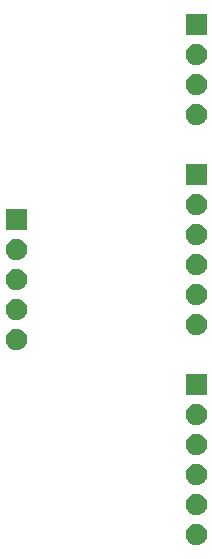
<source format=gbr>
G04 #@! TF.GenerationSoftware,KiCad,Pcbnew,5.1.5-52549c5~84~ubuntu18.04.1*
G04 #@! TF.CreationDate,2020-01-16T16:08:21-05:00*
G04 #@! TF.ProjectId,PIC16LF18326_breakout,50494331-364c-4463-9138-3332365f6272,rev?*
G04 #@! TF.SameCoordinates,Original*
G04 #@! TF.FileFunction,Soldermask,Bot*
G04 #@! TF.FilePolarity,Negative*
%FSLAX46Y46*%
G04 Gerber Fmt 4.6, Leading zero omitted, Abs format (unit mm)*
G04 Created by KiCad (PCBNEW 5.1.5-52549c5~84~ubuntu18.04.1) date 2020-01-16 16:08:21*
%MOMM*%
%LPD*%
G04 APERTURE LIST*
%ADD10C,0.100000*%
G04 APERTURE END LIST*
D10*
G36*
X142353512Y-130548927D02*
G01*
X142502812Y-130578624D01*
X142666784Y-130646544D01*
X142814354Y-130745147D01*
X142939853Y-130870646D01*
X143038456Y-131018216D01*
X143106376Y-131182188D01*
X143141000Y-131356259D01*
X143141000Y-131533741D01*
X143106376Y-131707812D01*
X143038456Y-131871784D01*
X142939853Y-132019354D01*
X142814354Y-132144853D01*
X142666784Y-132243456D01*
X142502812Y-132311376D01*
X142353512Y-132341073D01*
X142328742Y-132346000D01*
X142151258Y-132346000D01*
X142126488Y-132341073D01*
X141977188Y-132311376D01*
X141813216Y-132243456D01*
X141665646Y-132144853D01*
X141540147Y-132019354D01*
X141441544Y-131871784D01*
X141373624Y-131707812D01*
X141339000Y-131533741D01*
X141339000Y-131356259D01*
X141373624Y-131182188D01*
X141441544Y-131018216D01*
X141540147Y-130870646D01*
X141665646Y-130745147D01*
X141813216Y-130646544D01*
X141977188Y-130578624D01*
X142126488Y-130548927D01*
X142151258Y-130544000D01*
X142328742Y-130544000D01*
X142353512Y-130548927D01*
G37*
G36*
X142353512Y-128008927D02*
G01*
X142502812Y-128038624D01*
X142666784Y-128106544D01*
X142814354Y-128205147D01*
X142939853Y-128330646D01*
X143038456Y-128478216D01*
X143106376Y-128642188D01*
X143141000Y-128816259D01*
X143141000Y-128993741D01*
X143106376Y-129167812D01*
X143038456Y-129331784D01*
X142939853Y-129479354D01*
X142814354Y-129604853D01*
X142666784Y-129703456D01*
X142502812Y-129771376D01*
X142353512Y-129801073D01*
X142328742Y-129806000D01*
X142151258Y-129806000D01*
X142126488Y-129801073D01*
X141977188Y-129771376D01*
X141813216Y-129703456D01*
X141665646Y-129604853D01*
X141540147Y-129479354D01*
X141441544Y-129331784D01*
X141373624Y-129167812D01*
X141339000Y-128993741D01*
X141339000Y-128816259D01*
X141373624Y-128642188D01*
X141441544Y-128478216D01*
X141540147Y-128330646D01*
X141665646Y-128205147D01*
X141813216Y-128106544D01*
X141977188Y-128038624D01*
X142126488Y-128008927D01*
X142151258Y-128004000D01*
X142328742Y-128004000D01*
X142353512Y-128008927D01*
G37*
G36*
X142353512Y-125468927D02*
G01*
X142502812Y-125498624D01*
X142666784Y-125566544D01*
X142814354Y-125665147D01*
X142939853Y-125790646D01*
X143038456Y-125938216D01*
X143106376Y-126102188D01*
X143141000Y-126276259D01*
X143141000Y-126453741D01*
X143106376Y-126627812D01*
X143038456Y-126791784D01*
X142939853Y-126939354D01*
X142814354Y-127064853D01*
X142666784Y-127163456D01*
X142502812Y-127231376D01*
X142353512Y-127261073D01*
X142328742Y-127266000D01*
X142151258Y-127266000D01*
X142126488Y-127261073D01*
X141977188Y-127231376D01*
X141813216Y-127163456D01*
X141665646Y-127064853D01*
X141540147Y-126939354D01*
X141441544Y-126791784D01*
X141373624Y-126627812D01*
X141339000Y-126453741D01*
X141339000Y-126276259D01*
X141373624Y-126102188D01*
X141441544Y-125938216D01*
X141540147Y-125790646D01*
X141665646Y-125665147D01*
X141813216Y-125566544D01*
X141977188Y-125498624D01*
X142126488Y-125468927D01*
X142151258Y-125464000D01*
X142328742Y-125464000D01*
X142353512Y-125468927D01*
G37*
G36*
X142353512Y-122928927D02*
G01*
X142502812Y-122958624D01*
X142666784Y-123026544D01*
X142814354Y-123125147D01*
X142939853Y-123250646D01*
X143038456Y-123398216D01*
X143106376Y-123562188D01*
X143141000Y-123736259D01*
X143141000Y-123913741D01*
X143106376Y-124087812D01*
X143038456Y-124251784D01*
X142939853Y-124399354D01*
X142814354Y-124524853D01*
X142666784Y-124623456D01*
X142502812Y-124691376D01*
X142353512Y-124721073D01*
X142328742Y-124726000D01*
X142151258Y-124726000D01*
X142126488Y-124721073D01*
X141977188Y-124691376D01*
X141813216Y-124623456D01*
X141665646Y-124524853D01*
X141540147Y-124399354D01*
X141441544Y-124251784D01*
X141373624Y-124087812D01*
X141339000Y-123913741D01*
X141339000Y-123736259D01*
X141373624Y-123562188D01*
X141441544Y-123398216D01*
X141540147Y-123250646D01*
X141665646Y-123125147D01*
X141813216Y-123026544D01*
X141977188Y-122958624D01*
X142126488Y-122928927D01*
X142151258Y-122924000D01*
X142328742Y-122924000D01*
X142353512Y-122928927D01*
G37*
G36*
X142353512Y-120388927D02*
G01*
X142502812Y-120418624D01*
X142666784Y-120486544D01*
X142814354Y-120585147D01*
X142939853Y-120710646D01*
X143038456Y-120858216D01*
X143106376Y-121022188D01*
X143141000Y-121196259D01*
X143141000Y-121373741D01*
X143106376Y-121547812D01*
X143038456Y-121711784D01*
X142939853Y-121859354D01*
X142814354Y-121984853D01*
X142666784Y-122083456D01*
X142502812Y-122151376D01*
X142353512Y-122181073D01*
X142328742Y-122186000D01*
X142151258Y-122186000D01*
X142126488Y-122181073D01*
X141977188Y-122151376D01*
X141813216Y-122083456D01*
X141665646Y-121984853D01*
X141540147Y-121859354D01*
X141441544Y-121711784D01*
X141373624Y-121547812D01*
X141339000Y-121373741D01*
X141339000Y-121196259D01*
X141373624Y-121022188D01*
X141441544Y-120858216D01*
X141540147Y-120710646D01*
X141665646Y-120585147D01*
X141813216Y-120486544D01*
X141977188Y-120418624D01*
X142126488Y-120388927D01*
X142151258Y-120384000D01*
X142328742Y-120384000D01*
X142353512Y-120388927D01*
G37*
G36*
X143141000Y-119646000D02*
G01*
X141339000Y-119646000D01*
X141339000Y-117844000D01*
X143141000Y-117844000D01*
X143141000Y-119646000D01*
G37*
G36*
X127113512Y-114038927D02*
G01*
X127262812Y-114068624D01*
X127426784Y-114136544D01*
X127574354Y-114235147D01*
X127699853Y-114360646D01*
X127798456Y-114508216D01*
X127866376Y-114672188D01*
X127901000Y-114846259D01*
X127901000Y-115023741D01*
X127866376Y-115197812D01*
X127798456Y-115361784D01*
X127699853Y-115509354D01*
X127574354Y-115634853D01*
X127426784Y-115733456D01*
X127262812Y-115801376D01*
X127113512Y-115831073D01*
X127088742Y-115836000D01*
X126911258Y-115836000D01*
X126886488Y-115831073D01*
X126737188Y-115801376D01*
X126573216Y-115733456D01*
X126425646Y-115634853D01*
X126300147Y-115509354D01*
X126201544Y-115361784D01*
X126133624Y-115197812D01*
X126099000Y-115023741D01*
X126099000Y-114846259D01*
X126133624Y-114672188D01*
X126201544Y-114508216D01*
X126300147Y-114360646D01*
X126425646Y-114235147D01*
X126573216Y-114136544D01*
X126737188Y-114068624D01*
X126886488Y-114038927D01*
X126911258Y-114034000D01*
X127088742Y-114034000D01*
X127113512Y-114038927D01*
G37*
G36*
X142353512Y-112768927D02*
G01*
X142502812Y-112798624D01*
X142666784Y-112866544D01*
X142814354Y-112965147D01*
X142939853Y-113090646D01*
X143038456Y-113238216D01*
X143106376Y-113402188D01*
X143141000Y-113576259D01*
X143141000Y-113753741D01*
X143106376Y-113927812D01*
X143038456Y-114091784D01*
X142939853Y-114239354D01*
X142814354Y-114364853D01*
X142666784Y-114463456D01*
X142502812Y-114531376D01*
X142353512Y-114561073D01*
X142328742Y-114566000D01*
X142151258Y-114566000D01*
X142126488Y-114561073D01*
X141977188Y-114531376D01*
X141813216Y-114463456D01*
X141665646Y-114364853D01*
X141540147Y-114239354D01*
X141441544Y-114091784D01*
X141373624Y-113927812D01*
X141339000Y-113753741D01*
X141339000Y-113576259D01*
X141373624Y-113402188D01*
X141441544Y-113238216D01*
X141540147Y-113090646D01*
X141665646Y-112965147D01*
X141813216Y-112866544D01*
X141977188Y-112798624D01*
X142126488Y-112768927D01*
X142151258Y-112764000D01*
X142328742Y-112764000D01*
X142353512Y-112768927D01*
G37*
G36*
X127113512Y-111498927D02*
G01*
X127262812Y-111528624D01*
X127426784Y-111596544D01*
X127574354Y-111695147D01*
X127699853Y-111820646D01*
X127798456Y-111968216D01*
X127866376Y-112132188D01*
X127901000Y-112306259D01*
X127901000Y-112483741D01*
X127866376Y-112657812D01*
X127798456Y-112821784D01*
X127699853Y-112969354D01*
X127574354Y-113094853D01*
X127426784Y-113193456D01*
X127262812Y-113261376D01*
X127113512Y-113291073D01*
X127088742Y-113296000D01*
X126911258Y-113296000D01*
X126886488Y-113291073D01*
X126737188Y-113261376D01*
X126573216Y-113193456D01*
X126425646Y-113094853D01*
X126300147Y-112969354D01*
X126201544Y-112821784D01*
X126133624Y-112657812D01*
X126099000Y-112483741D01*
X126099000Y-112306259D01*
X126133624Y-112132188D01*
X126201544Y-111968216D01*
X126300147Y-111820646D01*
X126425646Y-111695147D01*
X126573216Y-111596544D01*
X126737188Y-111528624D01*
X126886488Y-111498927D01*
X126911258Y-111494000D01*
X127088742Y-111494000D01*
X127113512Y-111498927D01*
G37*
G36*
X142353512Y-110228927D02*
G01*
X142502812Y-110258624D01*
X142666784Y-110326544D01*
X142814354Y-110425147D01*
X142939853Y-110550646D01*
X143038456Y-110698216D01*
X143106376Y-110862188D01*
X143141000Y-111036259D01*
X143141000Y-111213741D01*
X143106376Y-111387812D01*
X143038456Y-111551784D01*
X142939853Y-111699354D01*
X142814354Y-111824853D01*
X142666784Y-111923456D01*
X142502812Y-111991376D01*
X142353512Y-112021073D01*
X142328742Y-112026000D01*
X142151258Y-112026000D01*
X142126488Y-112021073D01*
X141977188Y-111991376D01*
X141813216Y-111923456D01*
X141665646Y-111824853D01*
X141540147Y-111699354D01*
X141441544Y-111551784D01*
X141373624Y-111387812D01*
X141339000Y-111213741D01*
X141339000Y-111036259D01*
X141373624Y-110862188D01*
X141441544Y-110698216D01*
X141540147Y-110550646D01*
X141665646Y-110425147D01*
X141813216Y-110326544D01*
X141977188Y-110258624D01*
X142126488Y-110228927D01*
X142151258Y-110224000D01*
X142328742Y-110224000D01*
X142353512Y-110228927D01*
G37*
G36*
X127113512Y-108958927D02*
G01*
X127262812Y-108988624D01*
X127426784Y-109056544D01*
X127574354Y-109155147D01*
X127699853Y-109280646D01*
X127798456Y-109428216D01*
X127866376Y-109592188D01*
X127901000Y-109766259D01*
X127901000Y-109943741D01*
X127866376Y-110117812D01*
X127798456Y-110281784D01*
X127699853Y-110429354D01*
X127574354Y-110554853D01*
X127426784Y-110653456D01*
X127262812Y-110721376D01*
X127113512Y-110751073D01*
X127088742Y-110756000D01*
X126911258Y-110756000D01*
X126886488Y-110751073D01*
X126737188Y-110721376D01*
X126573216Y-110653456D01*
X126425646Y-110554853D01*
X126300147Y-110429354D01*
X126201544Y-110281784D01*
X126133624Y-110117812D01*
X126099000Y-109943741D01*
X126099000Y-109766259D01*
X126133624Y-109592188D01*
X126201544Y-109428216D01*
X126300147Y-109280646D01*
X126425646Y-109155147D01*
X126573216Y-109056544D01*
X126737188Y-108988624D01*
X126886488Y-108958927D01*
X126911258Y-108954000D01*
X127088742Y-108954000D01*
X127113512Y-108958927D01*
G37*
G36*
X142353512Y-107688927D02*
G01*
X142502812Y-107718624D01*
X142666784Y-107786544D01*
X142814354Y-107885147D01*
X142939853Y-108010646D01*
X143038456Y-108158216D01*
X143106376Y-108322188D01*
X143141000Y-108496259D01*
X143141000Y-108673741D01*
X143106376Y-108847812D01*
X143038456Y-109011784D01*
X142939853Y-109159354D01*
X142814354Y-109284853D01*
X142666784Y-109383456D01*
X142502812Y-109451376D01*
X142353512Y-109481073D01*
X142328742Y-109486000D01*
X142151258Y-109486000D01*
X142126488Y-109481073D01*
X141977188Y-109451376D01*
X141813216Y-109383456D01*
X141665646Y-109284853D01*
X141540147Y-109159354D01*
X141441544Y-109011784D01*
X141373624Y-108847812D01*
X141339000Y-108673741D01*
X141339000Y-108496259D01*
X141373624Y-108322188D01*
X141441544Y-108158216D01*
X141540147Y-108010646D01*
X141665646Y-107885147D01*
X141813216Y-107786544D01*
X141977188Y-107718624D01*
X142126488Y-107688927D01*
X142151258Y-107684000D01*
X142328742Y-107684000D01*
X142353512Y-107688927D01*
G37*
G36*
X127113512Y-106418927D02*
G01*
X127262812Y-106448624D01*
X127426784Y-106516544D01*
X127574354Y-106615147D01*
X127699853Y-106740646D01*
X127798456Y-106888216D01*
X127866376Y-107052188D01*
X127901000Y-107226259D01*
X127901000Y-107403741D01*
X127866376Y-107577812D01*
X127798456Y-107741784D01*
X127699853Y-107889354D01*
X127574354Y-108014853D01*
X127426784Y-108113456D01*
X127262812Y-108181376D01*
X127113512Y-108211073D01*
X127088742Y-108216000D01*
X126911258Y-108216000D01*
X126886488Y-108211073D01*
X126737188Y-108181376D01*
X126573216Y-108113456D01*
X126425646Y-108014853D01*
X126300147Y-107889354D01*
X126201544Y-107741784D01*
X126133624Y-107577812D01*
X126099000Y-107403741D01*
X126099000Y-107226259D01*
X126133624Y-107052188D01*
X126201544Y-106888216D01*
X126300147Y-106740646D01*
X126425646Y-106615147D01*
X126573216Y-106516544D01*
X126737188Y-106448624D01*
X126886488Y-106418927D01*
X126911258Y-106414000D01*
X127088742Y-106414000D01*
X127113512Y-106418927D01*
G37*
G36*
X142353512Y-105148927D02*
G01*
X142502812Y-105178624D01*
X142666784Y-105246544D01*
X142814354Y-105345147D01*
X142939853Y-105470646D01*
X143038456Y-105618216D01*
X143106376Y-105782188D01*
X143141000Y-105956259D01*
X143141000Y-106133741D01*
X143106376Y-106307812D01*
X143038456Y-106471784D01*
X142939853Y-106619354D01*
X142814354Y-106744853D01*
X142666784Y-106843456D01*
X142502812Y-106911376D01*
X142353512Y-106941073D01*
X142328742Y-106946000D01*
X142151258Y-106946000D01*
X142126488Y-106941073D01*
X141977188Y-106911376D01*
X141813216Y-106843456D01*
X141665646Y-106744853D01*
X141540147Y-106619354D01*
X141441544Y-106471784D01*
X141373624Y-106307812D01*
X141339000Y-106133741D01*
X141339000Y-105956259D01*
X141373624Y-105782188D01*
X141441544Y-105618216D01*
X141540147Y-105470646D01*
X141665646Y-105345147D01*
X141813216Y-105246544D01*
X141977188Y-105178624D01*
X142126488Y-105148927D01*
X142151258Y-105144000D01*
X142328742Y-105144000D01*
X142353512Y-105148927D01*
G37*
G36*
X127901000Y-105676000D02*
G01*
X126099000Y-105676000D01*
X126099000Y-103874000D01*
X127901000Y-103874000D01*
X127901000Y-105676000D01*
G37*
G36*
X142353512Y-102608927D02*
G01*
X142502812Y-102638624D01*
X142666784Y-102706544D01*
X142814354Y-102805147D01*
X142939853Y-102930646D01*
X143038456Y-103078216D01*
X143106376Y-103242188D01*
X143141000Y-103416259D01*
X143141000Y-103593741D01*
X143106376Y-103767812D01*
X143038456Y-103931784D01*
X142939853Y-104079354D01*
X142814354Y-104204853D01*
X142666784Y-104303456D01*
X142502812Y-104371376D01*
X142353512Y-104401073D01*
X142328742Y-104406000D01*
X142151258Y-104406000D01*
X142126488Y-104401073D01*
X141977188Y-104371376D01*
X141813216Y-104303456D01*
X141665646Y-104204853D01*
X141540147Y-104079354D01*
X141441544Y-103931784D01*
X141373624Y-103767812D01*
X141339000Y-103593741D01*
X141339000Y-103416259D01*
X141373624Y-103242188D01*
X141441544Y-103078216D01*
X141540147Y-102930646D01*
X141665646Y-102805147D01*
X141813216Y-102706544D01*
X141977188Y-102638624D01*
X142126488Y-102608927D01*
X142151258Y-102604000D01*
X142328742Y-102604000D01*
X142353512Y-102608927D01*
G37*
G36*
X143141000Y-101866000D02*
G01*
X141339000Y-101866000D01*
X141339000Y-100064000D01*
X143141000Y-100064000D01*
X143141000Y-101866000D01*
G37*
G36*
X142353512Y-94988927D02*
G01*
X142502812Y-95018624D01*
X142666784Y-95086544D01*
X142814354Y-95185147D01*
X142939853Y-95310646D01*
X143038456Y-95458216D01*
X143106376Y-95622188D01*
X143141000Y-95796259D01*
X143141000Y-95973741D01*
X143106376Y-96147812D01*
X143038456Y-96311784D01*
X142939853Y-96459354D01*
X142814354Y-96584853D01*
X142666784Y-96683456D01*
X142502812Y-96751376D01*
X142353512Y-96781073D01*
X142328742Y-96786000D01*
X142151258Y-96786000D01*
X142126488Y-96781073D01*
X141977188Y-96751376D01*
X141813216Y-96683456D01*
X141665646Y-96584853D01*
X141540147Y-96459354D01*
X141441544Y-96311784D01*
X141373624Y-96147812D01*
X141339000Y-95973741D01*
X141339000Y-95796259D01*
X141373624Y-95622188D01*
X141441544Y-95458216D01*
X141540147Y-95310646D01*
X141665646Y-95185147D01*
X141813216Y-95086544D01*
X141977188Y-95018624D01*
X142126488Y-94988927D01*
X142151258Y-94984000D01*
X142328742Y-94984000D01*
X142353512Y-94988927D01*
G37*
G36*
X142353512Y-92448927D02*
G01*
X142502812Y-92478624D01*
X142666784Y-92546544D01*
X142814354Y-92645147D01*
X142939853Y-92770646D01*
X143038456Y-92918216D01*
X143106376Y-93082188D01*
X143141000Y-93256259D01*
X143141000Y-93433741D01*
X143106376Y-93607812D01*
X143038456Y-93771784D01*
X142939853Y-93919354D01*
X142814354Y-94044853D01*
X142666784Y-94143456D01*
X142502812Y-94211376D01*
X142353512Y-94241073D01*
X142328742Y-94246000D01*
X142151258Y-94246000D01*
X142126488Y-94241073D01*
X141977188Y-94211376D01*
X141813216Y-94143456D01*
X141665646Y-94044853D01*
X141540147Y-93919354D01*
X141441544Y-93771784D01*
X141373624Y-93607812D01*
X141339000Y-93433741D01*
X141339000Y-93256259D01*
X141373624Y-93082188D01*
X141441544Y-92918216D01*
X141540147Y-92770646D01*
X141665646Y-92645147D01*
X141813216Y-92546544D01*
X141977188Y-92478624D01*
X142126488Y-92448927D01*
X142151258Y-92444000D01*
X142328742Y-92444000D01*
X142353512Y-92448927D01*
G37*
G36*
X142353512Y-89908927D02*
G01*
X142502812Y-89938624D01*
X142666784Y-90006544D01*
X142814354Y-90105147D01*
X142939853Y-90230646D01*
X143038456Y-90378216D01*
X143106376Y-90542188D01*
X143141000Y-90716259D01*
X143141000Y-90893741D01*
X143106376Y-91067812D01*
X143038456Y-91231784D01*
X142939853Y-91379354D01*
X142814354Y-91504853D01*
X142666784Y-91603456D01*
X142502812Y-91671376D01*
X142353512Y-91701073D01*
X142328742Y-91706000D01*
X142151258Y-91706000D01*
X142126488Y-91701073D01*
X141977188Y-91671376D01*
X141813216Y-91603456D01*
X141665646Y-91504853D01*
X141540147Y-91379354D01*
X141441544Y-91231784D01*
X141373624Y-91067812D01*
X141339000Y-90893741D01*
X141339000Y-90716259D01*
X141373624Y-90542188D01*
X141441544Y-90378216D01*
X141540147Y-90230646D01*
X141665646Y-90105147D01*
X141813216Y-90006544D01*
X141977188Y-89938624D01*
X142126488Y-89908927D01*
X142151258Y-89904000D01*
X142328742Y-89904000D01*
X142353512Y-89908927D01*
G37*
G36*
X143141000Y-89166000D02*
G01*
X141339000Y-89166000D01*
X141339000Y-87364000D01*
X143141000Y-87364000D01*
X143141000Y-89166000D01*
G37*
M02*

</source>
